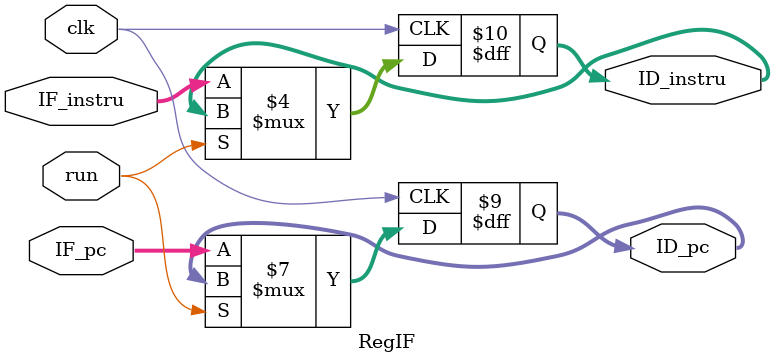
<source format=v>
module RegIF(clk,run,
				IF_instru,IF_pc,
				ID_instru,ID_pc);
input clk,run;
input [29:0]IF_pc;
input [31:0]IF_instru;

output reg [29:0]ID_pc;
output reg [31:0]ID_instru;

always@(negedge clk)
begin
	if(run==0)
	begin
		ID_pc=IF_pc;
		ID_instru=IF_instru;
	end
end
endmodule
</source>
